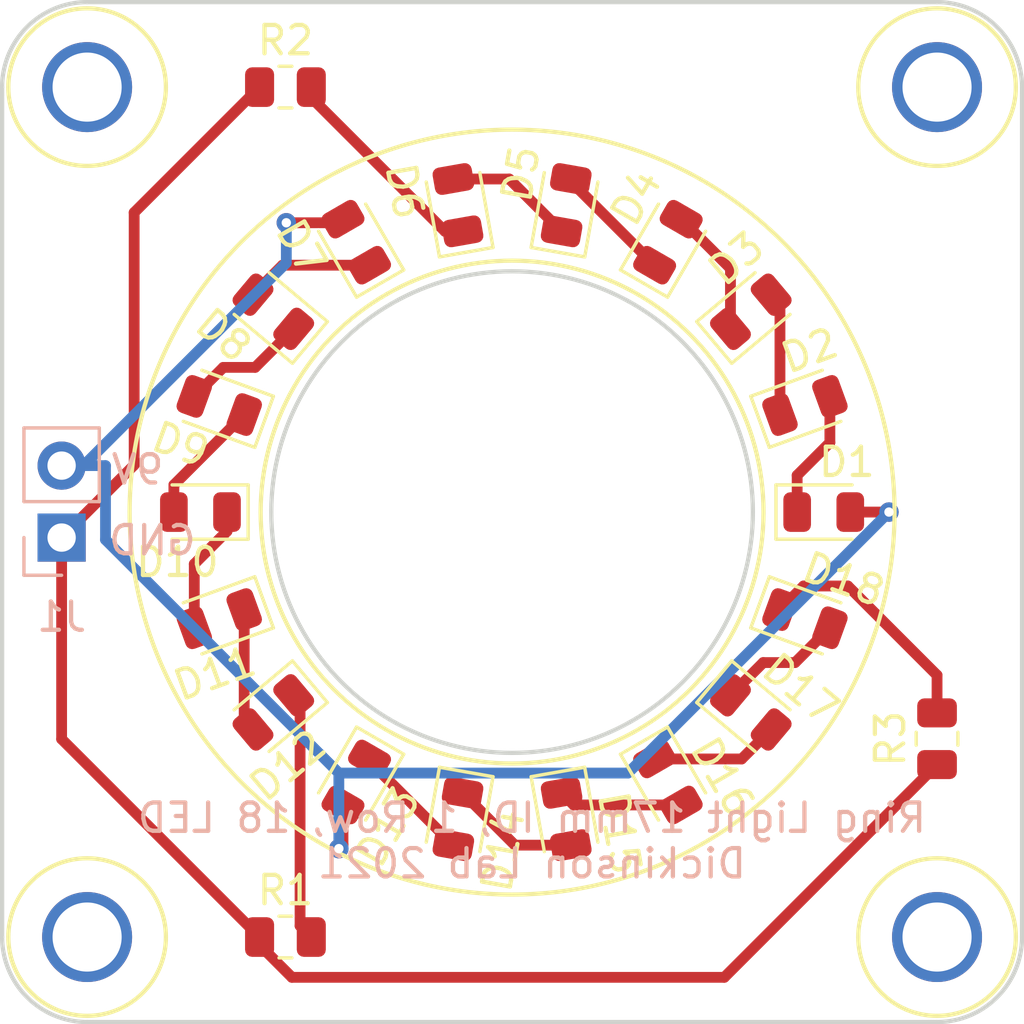
<source format=kicad_pcb>
(kicad_pcb (version 20171130) (host pcbnew 5.1.9-73d0e3b20d~88~ubuntu20.10.1)

  (general
    (thickness 1.6)
    (drawings 18)
    (tracks 71)
    (zones 0)
    (modules 26)
    (nets 21)
  )

  (page A4)
  (layers
    (0 F.Cu signal)
    (31 B.Cu signal)
    (32 B.Adhes user)
    (33 F.Adhes user)
    (34 B.Paste user)
    (35 F.Paste user)
    (36 B.SilkS user)
    (37 F.SilkS user)
    (38 B.Mask user)
    (39 F.Mask user)
    (40 Dwgs.User user)
    (41 Cmts.User user)
    (42 Eco1.User user)
    (43 Eco2.User user)
    (44 Edge.Cuts user)
    (45 Margin user)
    (46 B.CrtYd user)
    (47 F.CrtYd user)
    (48 B.Fab user)
    (49 F.Fab user)
  )

  (setup
    (last_trace_width 0.381)
    (trace_clearance 0.508)
    (zone_clearance 0.508)
    (zone_45_only no)
    (trace_min 0.1524)
    (via_size 0.6858)
    (via_drill 0.3302)
    (via_min_size 0.6858)
    (via_min_drill 0.3302)
    (uvia_size 0.6858)
    (uvia_drill 0.3302)
    (uvias_allowed no)
    (uvia_min_size 0)
    (uvia_min_drill 0)
    (edge_width 0.15)
    (segment_width 0.2)
    (pcb_text_width 0.3)
    (pcb_text_size 1.5 1.5)
    (mod_edge_width 0.15)
    (mod_text_size 1 1)
    (mod_text_width 0.15)
    (pad_size 1.524 1.524)
    (pad_drill 0.762)
    (pad_to_mask_clearance 0.2)
    (solder_mask_min_width 0.25)
    (aux_axis_origin 0 0)
    (visible_elements FFFFFF7F)
    (pcbplotparams
      (layerselection 0x010fc_ffffffff)
      (usegerberextensions false)
      (usegerberattributes false)
      (usegerberadvancedattributes false)
      (creategerberjobfile false)
      (excludeedgelayer true)
      (linewidth 0.100000)
      (plotframeref false)
      (viasonmask false)
      (mode 1)
      (useauxorigin false)
      (hpglpennumber 1)
      (hpglpenspeed 20)
      (hpglpendiameter 15.000000)
      (psnegative false)
      (psa4output false)
      (plotreference true)
      (plotvalue true)
      (plotinvisibletext false)
      (padsonsilk false)
      (subtractmaskfromsilk false)
      (outputformat 1)
      (mirror false)
      (drillshape 0)
      (scaleselection 1)
      (outputdirectory "gerber_v0p1/"))
  )

  (net 0 "")
  (net 1 "Net-(D1-Pad1)")
  (net 2 "Net-(D1-Pad2)")
  (net 3 "Net-(D2-Pad1)")
  (net 4 "Net-(D3-Pad1)")
  (net 5 "Net-(D4-Pad1)")
  (net 6 "Net-(D5-Pad1)")
  (net 7 "Net-(D6-Pad1)")
  (net 8 "Net-(D7-Pad1)")
  (net 9 "Net-(D8-Pad1)")
  (net 10 "Net-(D10-Pad2)")
  (net 11 "Net-(D10-Pad1)")
  (net 12 "Net-(D11-Pad1)")
  (net 13 "Net-(D12-Pad1)")
  (net 14 "Net-(D13-Pad1)")
  (net 15 "Net-(D14-Pad1)")
  (net 16 "Net-(D15-Pad1)")
  (net 17 "Net-(D16-Pad1)")
  (net 18 "Net-(D17-Pad1)")
  (net 19 "Net-(D18-Pad1)")
  (net 20 GND)

  (net_class Default "This is the default net class."
    (clearance 0.508)
    (trace_width 0.381)
    (via_dia 0.6858)
    (via_drill 0.3302)
    (uvia_dia 0.6858)
    (uvia_drill 0.3302)
    (add_net GND)
    (add_net "Net-(D1-Pad1)")
    (add_net "Net-(D1-Pad2)")
    (add_net "Net-(D10-Pad1)")
    (add_net "Net-(D10-Pad2)")
    (add_net "Net-(D11-Pad1)")
    (add_net "Net-(D12-Pad1)")
    (add_net "Net-(D13-Pad1)")
    (add_net "Net-(D14-Pad1)")
    (add_net "Net-(D15-Pad1)")
    (add_net "Net-(D16-Pad1)")
    (add_net "Net-(D17-Pad1)")
    (add_net "Net-(D18-Pad1)")
    (add_net "Net-(D2-Pad1)")
    (add_net "Net-(D3-Pad1)")
    (add_net "Net-(D4-Pad1)")
    (add_net "Net-(D5-Pad1)")
    (add_net "Net-(D6-Pad1)")
    (add_net "Net-(D7-Pad1)")
    (add_net "Net-(D8-Pad1)")
  )

  (module mount_hole_4-40:MOUNT_HOLE_4-40 (layer F.Cu) (tedit 5B1171D5) (tstamp 614184CE)
    (at 35.8 65.8)
    (fp_text reference M4 (at 0 2.54) (layer F.SilkS) hide
      (effects (font (size 1.016 1.016) (thickness 0.2032)))
    )
    (fp_text value MOUNT_HOLE_4-40 (at 0 -2.794) (layer F.Fab) hide
      (effects (font (size 1.016 1.016) (thickness 0.2032)))
    )
    (pad 1 thru_hole circle (at 0 0) (size 3.175 3.175) (drill 2.4384) (layers *.Cu *.Mask))
  )

  (module mount_hole_4-40:MOUNT_HOLE_4-40 (layer F.Cu) (tedit 5B1171D5) (tstamp 614184BD)
    (at 65.8 65.8)
    (fp_text reference M3 (at 0 2.54) (layer F.SilkS) hide
      (effects (font (size 1.016 1.016) (thickness 0.2032)))
    )
    (fp_text value MOUNT_HOLE_4-40 (at 0 -2.794) (layer F.Fab) hide
      (effects (font (size 1.016 1.016) (thickness 0.2032)))
    )
    (pad 1 thru_hole circle (at 0 0) (size 3.175 3.175) (drill 2.4384) (layers *.Cu *.Mask))
  )

  (module mount_hole_4-40:MOUNT_HOLE_4-40 (layer F.Cu) (tedit 5B1171D5) (tstamp 614184AC)
    (at 65.8 35.8)
    (fp_text reference M2 (at 0 2.54) (layer F.SilkS) hide
      (effects (font (size 1.016 1.016) (thickness 0.2032)))
    )
    (fp_text value MOUNT_HOLE_4-40 (at 0 -2.794) (layer F.Fab) hide
      (effects (font (size 1.016 1.016) (thickness 0.2032)))
    )
    (pad 1 thru_hole circle (at 0 0) (size 3.175 3.175) (drill 2.4384) (layers *.Cu *.Mask))
  )

  (module mount_hole_4-40:MOUNT_HOLE_4-40 (layer F.Cu) (tedit 5B1171D5) (tstamp 6141849B)
    (at 35.8 35.8)
    (fp_text reference M1 (at 0 2.54) (layer F.SilkS) hide
      (effects (font (size 1.016 1.016) (thickness 0.2032)))
    )
    (fp_text value MOUNT_HOLE_4-40 (at 0 -2.794) (layer F.Fab) hide
      (effects (font (size 1.016 1.016) (thickness 0.2032)))
    )
    (pad 1 thru_hole circle (at 0 0) (size 3.175 3.175) (drill 2.4384) (layers *.Cu *.Mask))
  )

  (module LED_SMD:LED_0805_2012Metric (layer F.Cu) (tedit 5F68FEF1) (tstamp 61417DA3)
    (at 61.8 50.8)
    (descr "LED SMD 0805 (2012 Metric), square (rectangular) end terminal, IPC_7351 nominal, (Body size source: https://docs.google.com/spreadsheets/d/1BsfQQcO9C6DZCsRaXUlFlo91Tg2WpOkGARC1WS5S8t0/edit?usp=sharing), generated with kicad-footprint-generator")
    (tags LED)
    (path /5B089FC0)
    (attr smd)
    (fp_text reference D1 (at 0.813675 -1.765566) (layer F.SilkS)
      (effects (font (size 1 1) (thickness 0.15)))
    )
    (fp_text value LED (at 0 1.65) (layer F.Fab) hide
      (effects (font (size 1 1) (thickness 0.15)))
    )
    (fp_line (start 1.68 0.95) (end -1.68 0.95) (layer F.CrtYd) (width 0.05))
    (fp_line (start 1.68 -0.95) (end 1.68 0.95) (layer F.CrtYd) (width 0.05))
    (fp_line (start -1.68 -0.95) (end 1.68 -0.95) (layer F.CrtYd) (width 0.05))
    (fp_line (start -1.68 0.95) (end -1.68 -0.95) (layer F.CrtYd) (width 0.05))
    (fp_line (start -1.685 0.96) (end 1 0.96) (layer F.SilkS) (width 0.12))
    (fp_line (start -1.685 -0.96) (end -1.685 0.96) (layer F.SilkS) (width 0.12))
    (fp_line (start 1 -0.96) (end -1.685 -0.96) (layer F.SilkS) (width 0.12))
    (fp_line (start 1 0.6) (end 1 -0.6) (layer F.Fab) (width 0.1))
    (fp_line (start -1 0.6) (end 1 0.6) (layer F.Fab) (width 0.1))
    (fp_line (start -1 -0.3) (end -1 0.6) (layer F.Fab) (width 0.1))
    (fp_line (start -0.7 -0.6) (end -1 -0.3) (layer F.Fab) (width 0.1))
    (fp_line (start 1 -0.6) (end -0.7 -0.6) (layer F.Fab) (width 0.1))
    (fp_text user %R (at 0 0) (layer F.Fab)
      (effects (font (size 0.5 0.5) (thickness 0.08)))
    )
    (pad 1 smd roundrect (at -0.9375 0) (size 0.975 1.4) (layers F.Cu F.Paste F.Mask) (roundrect_rratio 0.25)
      (net 1 "Net-(D1-Pad1)"))
    (pad 2 smd roundrect (at 0.9375 0) (size 0.975 1.4) (layers F.Cu F.Paste F.Mask) (roundrect_rratio 0.25)
      (net 2 "Net-(D1-Pad2)"))
    (model ${KISYS3DMOD}/LED_SMD.3dshapes/LED_0805_2012Metric.wrl
      (at (xyz 0 0 0))
      (scale (xyz 1 1 1))
      (rotate (xyz 0 0 0))
    )
  )

  (module LED_SMD:LED_0805_2012Metric (layer F.Cu) (tedit 5F68FEF1) (tstamp 61417DB6)
    (at 61.1366 47.0378 20)
    (descr "LED SMD 0805 (2012 Metric), square (rectangular) end terminal, IPC_7351 nominal, (Body size source: https://docs.google.com/spreadsheets/d/1BsfQQcO9C6DZCsRaXUlFlo91Tg2WpOkGARC1WS5S8t0/edit?usp=sharing), generated with kicad-footprint-generator")
    (tags LED)
    (path /5B08B467)
    (attr smd)
    (fp_text reference D2 (at 0.813676 -1.765566 20) (layer F.SilkS)
      (effects (font (size 1 1) (thickness 0.15)))
    )
    (fp_text value LED (at 0 1.65 20) (layer F.Fab) hide
      (effects (font (size 1 1) (thickness 0.15)))
    )
    (fp_line (start 1 -0.6) (end -0.7 -0.6) (layer F.Fab) (width 0.1))
    (fp_line (start -0.7 -0.6) (end -1 -0.3) (layer F.Fab) (width 0.1))
    (fp_line (start -1 -0.3) (end -1 0.6) (layer F.Fab) (width 0.1))
    (fp_line (start -1 0.6) (end 1 0.6) (layer F.Fab) (width 0.1))
    (fp_line (start 1 0.6) (end 1 -0.6) (layer F.Fab) (width 0.1))
    (fp_line (start 1 -0.96) (end -1.685 -0.96) (layer F.SilkS) (width 0.12))
    (fp_line (start -1.685 -0.96) (end -1.685 0.96) (layer F.SilkS) (width 0.12))
    (fp_line (start -1.685 0.96) (end 1 0.96) (layer F.SilkS) (width 0.12))
    (fp_line (start -1.68 0.95) (end -1.68 -0.95) (layer F.CrtYd) (width 0.05))
    (fp_line (start -1.68 -0.95) (end 1.68 -0.95) (layer F.CrtYd) (width 0.05))
    (fp_line (start 1.68 -0.95) (end 1.68 0.95) (layer F.CrtYd) (width 0.05))
    (fp_line (start 1.68 0.95) (end -1.68 0.95) (layer F.CrtYd) (width 0.05))
    (fp_text user %R (at 0 0 20) (layer F.Fab)
      (effects (font (size 0.5 0.5) (thickness 0.08)))
    )
    (pad 2 smd roundrect (at 0.9375 0 20) (size 0.975 1.4) (layers F.Cu F.Paste F.Mask) (roundrect_rratio 0.25)
      (net 1 "Net-(D1-Pad1)"))
    (pad 1 smd roundrect (at -0.9375 0 20) (size 0.975 1.4) (layers F.Cu F.Paste F.Mask) (roundrect_rratio 0.25)
      (net 3 "Net-(D2-Pad1)"))
    (model ${KISYS3DMOD}/LED_SMD.3dshapes/LED_0805_2012Metric.wrl
      (at (xyz 0 0 0))
      (scale (xyz 1 1 1))
      (rotate (xyz 0 0 0))
    )
  )

  (module LED_SMD:LED_0805_2012Metric (layer F.Cu) (tedit 5F68FEF1) (tstamp 61417DC9)
    (at 59.2265 43.7293 40)
    (descr "LED SMD 0805 (2012 Metric), square (rectangular) end terminal, IPC_7351 nominal, (Body size source: https://docs.google.com/spreadsheets/d/1BsfQQcO9C6DZCsRaXUlFlo91Tg2WpOkGARC1WS5S8t0/edit?usp=sharing), generated with kicad-footprint-generator")
    (tags LED)
    (path /5B08B4C1)
    (attr smd)
    (fp_text reference D3 (at 0.813676 -1.765566 40) (layer F.SilkS)
      (effects (font (size 1 1) (thickness 0.15)))
    )
    (fp_text value LED (at 0 1.65 40) (layer F.Fab) hide
      (effects (font (size 1 1) (thickness 0.15)))
    )
    (fp_line (start 1.68 0.95) (end -1.68 0.95) (layer F.CrtYd) (width 0.05))
    (fp_line (start 1.68 -0.95) (end 1.68 0.95) (layer F.CrtYd) (width 0.05))
    (fp_line (start -1.68 -0.95) (end 1.68 -0.95) (layer F.CrtYd) (width 0.05))
    (fp_line (start -1.68 0.95) (end -1.68 -0.95) (layer F.CrtYd) (width 0.05))
    (fp_line (start -1.685 0.96) (end 1 0.96) (layer F.SilkS) (width 0.12))
    (fp_line (start -1.685 -0.96) (end -1.685 0.96) (layer F.SilkS) (width 0.12))
    (fp_line (start 1 -0.96) (end -1.685 -0.96) (layer F.SilkS) (width 0.12))
    (fp_line (start 1 0.6) (end 1 -0.6) (layer F.Fab) (width 0.1))
    (fp_line (start -1 0.6) (end 1 0.6) (layer F.Fab) (width 0.1))
    (fp_line (start -1 -0.3) (end -1 0.6) (layer F.Fab) (width 0.1))
    (fp_line (start -0.7 -0.6) (end -1 -0.3) (layer F.Fab) (width 0.1))
    (fp_line (start 1 -0.6) (end -0.7 -0.6) (layer F.Fab) (width 0.1))
    (fp_text user %R (at 0 0 40) (layer F.Fab)
      (effects (font (size 0.5 0.5) (thickness 0.08)))
    )
    (pad 1 smd roundrect (at -0.9375 0 40) (size 0.975 1.4) (layers F.Cu F.Paste F.Mask) (roundrect_rratio 0.25)
      (net 4 "Net-(D3-Pad1)"))
    (pad 2 smd roundrect (at 0.9375 0 40) (size 0.975 1.4) (layers F.Cu F.Paste F.Mask) (roundrect_rratio 0.25)
      (net 3 "Net-(D2-Pad1)"))
    (model ${KISYS3DMOD}/LED_SMD.3dshapes/LED_0805_2012Metric.wrl
      (at (xyz 0 0 0))
      (scale (xyz 1 1 1))
      (rotate (xyz 0 0 0))
    )
  )

  (module LED_SMD:LED_0805_2012Metric (layer F.Cu) (tedit 5F68FEF1) (tstamp 61417DDC)
    (at 56.3 41.2737 60)
    (descr "LED SMD 0805 (2012 Metric), square (rectangular) end terminal, IPC_7351 nominal, (Body size source: https://docs.google.com/spreadsheets/d/1BsfQQcO9C6DZCsRaXUlFlo91Tg2WpOkGARC1WS5S8t0/edit?usp=sharing), generated with kicad-footprint-generator")
    (tags LED)
    (path /5B08B4C7)
    (attr smd)
    (fp_text reference D4 (at 0.813676 -1.765566 60) (layer F.SilkS)
      (effects (font (size 1 1) (thickness 0.15)))
    )
    (fp_text value LED (at 0 1.65 60) (layer F.Fab) hide
      (effects (font (size 1 1) (thickness 0.15)))
    )
    (fp_line (start 1 -0.6) (end -0.7 -0.6) (layer F.Fab) (width 0.1))
    (fp_line (start -0.7 -0.6) (end -1 -0.3) (layer F.Fab) (width 0.1))
    (fp_line (start -1 -0.3) (end -1 0.6) (layer F.Fab) (width 0.1))
    (fp_line (start -1 0.6) (end 1 0.6) (layer F.Fab) (width 0.1))
    (fp_line (start 1 0.6) (end 1 -0.6) (layer F.Fab) (width 0.1))
    (fp_line (start 1 -0.96) (end -1.685 -0.96) (layer F.SilkS) (width 0.12))
    (fp_line (start -1.685 -0.96) (end -1.685 0.96) (layer F.SilkS) (width 0.12))
    (fp_line (start -1.685 0.96) (end 1 0.96) (layer F.SilkS) (width 0.12))
    (fp_line (start -1.68 0.95) (end -1.68 -0.95) (layer F.CrtYd) (width 0.05))
    (fp_line (start -1.68 -0.95) (end 1.68 -0.95) (layer F.CrtYd) (width 0.05))
    (fp_line (start 1.68 -0.95) (end 1.68 0.95) (layer F.CrtYd) (width 0.05))
    (fp_line (start 1.68 0.95) (end -1.68 0.95) (layer F.CrtYd) (width 0.05))
    (fp_text user %R (at 0 0 60) (layer F.Fab)
      (effects (font (size 0.5 0.5) (thickness 0.08)))
    )
    (pad 2 smd roundrect (at 0.9375 0 60) (size 0.975 1.4) (layers F.Cu F.Paste F.Mask) (roundrect_rratio 0.25)
      (net 4 "Net-(D3-Pad1)"))
    (pad 1 smd roundrect (at -0.9375 0 60) (size 0.975 1.4) (layers F.Cu F.Paste F.Mask) (roundrect_rratio 0.25)
      (net 5 "Net-(D4-Pad1)"))
    (model ${KISYS3DMOD}/LED_SMD.3dshapes/LED_0805_2012Metric.wrl
      (at (xyz 0 0 0))
      (scale (xyz 1 1 1))
      (rotate (xyz 0 0 0))
    )
  )

  (module LED_SMD:LED_0805_2012Metric (layer F.Cu) (tedit 5F68FEF1) (tstamp 61417DEF)
    (at 52.7101 39.9671 80)
    (descr "LED SMD 0805 (2012 Metric), square (rectangular) end terminal, IPC_7351 nominal, (Body size source: https://docs.google.com/spreadsheets/d/1BsfQQcO9C6DZCsRaXUlFlo91Tg2WpOkGARC1WS5S8t0/edit?usp=sharing), generated with kicad-footprint-generator")
    (tags LED)
    (path /5B08B749)
    (attr smd)
    (fp_text reference D5 (at 0.813675 -1.765565 80) (layer F.SilkS)
      (effects (font (size 1 1) (thickness 0.15)))
    )
    (fp_text value LED (at 0 1.65 80) (layer F.Fab) hide
      (effects (font (size 1 1) (thickness 0.15)))
    )
    (fp_line (start 1.68 0.95) (end -1.68 0.95) (layer F.CrtYd) (width 0.05))
    (fp_line (start 1.68 -0.95) (end 1.68 0.95) (layer F.CrtYd) (width 0.05))
    (fp_line (start -1.68 -0.95) (end 1.68 -0.95) (layer F.CrtYd) (width 0.05))
    (fp_line (start -1.68 0.95) (end -1.68 -0.95) (layer F.CrtYd) (width 0.05))
    (fp_line (start -1.685 0.96) (end 1 0.96) (layer F.SilkS) (width 0.12))
    (fp_line (start -1.685 -0.96) (end -1.685 0.96) (layer F.SilkS) (width 0.12))
    (fp_line (start 1 -0.96) (end -1.685 -0.96) (layer F.SilkS) (width 0.12))
    (fp_line (start 1 0.6) (end 1 -0.6) (layer F.Fab) (width 0.1))
    (fp_line (start -1 0.6) (end 1 0.6) (layer F.Fab) (width 0.1))
    (fp_line (start -1 -0.3) (end -1 0.6) (layer F.Fab) (width 0.1))
    (fp_line (start -0.7 -0.6) (end -1 -0.3) (layer F.Fab) (width 0.1))
    (fp_line (start 1 -0.6) (end -0.7 -0.6) (layer F.Fab) (width 0.1))
    (fp_text user %R (at 0 0 80) (layer F.Fab)
      (effects (font (size 0.5 0.5) (thickness 0.08)))
    )
    (pad 1 smd roundrect (at -0.9375 0 80) (size 0.975 1.4) (layers F.Cu F.Paste F.Mask) (roundrect_rratio 0.25)
      (net 6 "Net-(D5-Pad1)"))
    (pad 2 smd roundrect (at 0.9375 0 80) (size 0.975 1.4) (layers F.Cu F.Paste F.Mask) (roundrect_rratio 0.25)
      (net 5 "Net-(D4-Pad1)"))
    (model ${KISYS3DMOD}/LED_SMD.3dshapes/LED_0805_2012Metric.wrl
      (at (xyz 0 0 0))
      (scale (xyz 1 1 1))
      (rotate (xyz 0 0 0))
    )
  )

  (module LED_SMD:LED_0805_2012Metric (layer F.Cu) (tedit 5F68FEF1) (tstamp 61417E02)
    (at 48.8899 39.9671 100)
    (descr "LED SMD 0805 (2012 Metric), square (rectangular) end terminal, IPC_7351 nominal, (Body size source: https://docs.google.com/spreadsheets/d/1BsfQQcO9C6DZCsRaXUlFlo91Tg2WpOkGARC1WS5S8t0/edit?usp=sharing), generated with kicad-footprint-generator")
    (tags LED)
    (path /5B08B74F)
    (attr smd)
    (fp_text reference D6 (at 0.813676 -1.765567 100) (layer F.SilkS)
      (effects (font (size 1 1) (thickness 0.15)))
    )
    (fp_text value LED (at 0 1.65 100) (layer F.Fab) hide
      (effects (font (size 1 1) (thickness 0.15)))
    )
    (fp_line (start 1 -0.6) (end -0.7 -0.6) (layer F.Fab) (width 0.1))
    (fp_line (start -0.7 -0.6) (end -1 -0.3) (layer F.Fab) (width 0.1))
    (fp_line (start -1 -0.3) (end -1 0.6) (layer F.Fab) (width 0.1))
    (fp_line (start -1 0.6) (end 1 0.6) (layer F.Fab) (width 0.1))
    (fp_line (start 1 0.6) (end 1 -0.6) (layer F.Fab) (width 0.1))
    (fp_line (start 1 -0.96) (end -1.685 -0.96) (layer F.SilkS) (width 0.12))
    (fp_line (start -1.685 -0.96) (end -1.685 0.96) (layer F.SilkS) (width 0.12))
    (fp_line (start -1.685 0.96) (end 1 0.96) (layer F.SilkS) (width 0.12))
    (fp_line (start -1.68 0.95) (end -1.68 -0.95) (layer F.CrtYd) (width 0.05))
    (fp_line (start -1.68 -0.95) (end 1.68 -0.95) (layer F.CrtYd) (width 0.05))
    (fp_line (start 1.68 -0.95) (end 1.68 0.95) (layer F.CrtYd) (width 0.05))
    (fp_line (start 1.68 0.95) (end -1.68 0.95) (layer F.CrtYd) (width 0.05))
    (fp_text user %R (at 0 0 100) (layer F.Fab)
      (effects (font (size 0.5 0.5) (thickness 0.08)))
    )
    (pad 2 smd roundrect (at 0.9375 0 100) (size 0.975 1.4) (layers F.Cu F.Paste F.Mask) (roundrect_rratio 0.25)
      (net 6 "Net-(D5-Pad1)"))
    (pad 1 smd roundrect (at -0.9375 0 100) (size 0.975 1.4) (layers F.Cu F.Paste F.Mask) (roundrect_rratio 0.25)
      (net 7 "Net-(D6-Pad1)"))
    (model ${KISYS3DMOD}/LED_SMD.3dshapes/LED_0805_2012Metric.wrl
      (at (xyz 0 0 0))
      (scale (xyz 1 1 1))
      (rotate (xyz 0 0 0))
    )
  )

  (module LED_SMD:LED_0805_2012Metric (layer F.Cu) (tedit 5F68FEF1) (tstamp 61417E15)
    (at 45.3 41.2737 120)
    (descr "LED SMD 0805 (2012 Metric), square (rectangular) end terminal, IPC_7351 nominal, (Body size source: https://docs.google.com/spreadsheets/d/1BsfQQcO9C6DZCsRaXUlFlo91Tg2WpOkGARC1WS5S8t0/edit?usp=sharing), generated with kicad-footprint-generator")
    (tags LED)
    (path /5B08B755)
    (attr smd)
    (fp_text reference D7 (at 0.813676 -1.765566 120) (layer F.SilkS)
      (effects (font (size 1 1) (thickness 0.15)))
    )
    (fp_text value LED (at 0 1.65 120) (layer F.Fab) hide
      (effects (font (size 1 1) (thickness 0.15)))
    )
    (fp_line (start 1.68 0.95) (end -1.68 0.95) (layer F.CrtYd) (width 0.05))
    (fp_line (start 1.68 -0.95) (end 1.68 0.95) (layer F.CrtYd) (width 0.05))
    (fp_line (start -1.68 -0.95) (end 1.68 -0.95) (layer F.CrtYd) (width 0.05))
    (fp_line (start -1.68 0.95) (end -1.68 -0.95) (layer F.CrtYd) (width 0.05))
    (fp_line (start -1.685 0.96) (end 1 0.96) (layer F.SilkS) (width 0.12))
    (fp_line (start -1.685 -0.96) (end -1.685 0.96) (layer F.SilkS) (width 0.12))
    (fp_line (start 1 -0.96) (end -1.685 -0.96) (layer F.SilkS) (width 0.12))
    (fp_line (start 1 0.6) (end 1 -0.6) (layer F.Fab) (width 0.1))
    (fp_line (start -1 0.6) (end 1 0.6) (layer F.Fab) (width 0.1))
    (fp_line (start -1 -0.3) (end -1 0.6) (layer F.Fab) (width 0.1))
    (fp_line (start -0.7 -0.6) (end -1 -0.3) (layer F.Fab) (width 0.1))
    (fp_line (start 1 -0.6) (end -0.7 -0.6) (layer F.Fab) (width 0.1))
    (fp_text user %R (at 0 0 120) (layer F.Fab)
      (effects (font (size 0.5 0.5) (thickness 0.08)))
    )
    (pad 1 smd roundrect (at -0.9375 0 120) (size 0.975 1.4) (layers F.Cu F.Paste F.Mask) (roundrect_rratio 0.25)
      (net 8 "Net-(D7-Pad1)"))
    (pad 2 smd roundrect (at 0.9375 0 120) (size 0.975 1.4) (layers F.Cu F.Paste F.Mask) (roundrect_rratio 0.25)
      (net 2 "Net-(D1-Pad2)"))
    (model ${KISYS3DMOD}/LED_SMD.3dshapes/LED_0805_2012Metric.wrl
      (at (xyz 0 0 0))
      (scale (xyz 1 1 1))
      (rotate (xyz 0 0 0))
    )
  )

  (module LED_SMD:LED_0805_2012Metric (layer F.Cu) (tedit 5F68FEF1) (tstamp 61417E28)
    (at 42.3735 43.7293 140)
    (descr "LED SMD 0805 (2012 Metric), square (rectangular) end terminal, IPC_7351 nominal, (Body size source: https://docs.google.com/spreadsheets/d/1BsfQQcO9C6DZCsRaXUlFlo91Tg2WpOkGARC1WS5S8t0/edit?usp=sharing), generated with kicad-footprint-generator")
    (tags LED)
    (path /5B08B75B)
    (attr smd)
    (fp_text reference D8 (at 0.813676 -1.765566 140) (layer F.SilkS)
      (effects (font (size 1 1) (thickness 0.15)))
    )
    (fp_text value LED (at 0 1.65 140) (layer F.Fab) hide
      (effects (font (size 1 1) (thickness 0.15)))
    )
    (fp_line (start 1 -0.6) (end -0.7 -0.6) (layer F.Fab) (width 0.1))
    (fp_line (start -0.7 -0.6) (end -1 -0.3) (layer F.Fab) (width 0.1))
    (fp_line (start -1 -0.3) (end -1 0.6) (layer F.Fab) (width 0.1))
    (fp_line (start -1 0.6) (end 1 0.6) (layer F.Fab) (width 0.1))
    (fp_line (start 1 0.6) (end 1 -0.6) (layer F.Fab) (width 0.1))
    (fp_line (start 1 -0.96) (end -1.685 -0.96) (layer F.SilkS) (width 0.12))
    (fp_line (start -1.685 -0.96) (end -1.685 0.96) (layer F.SilkS) (width 0.12))
    (fp_line (start -1.685 0.96) (end 1 0.96) (layer F.SilkS) (width 0.12))
    (fp_line (start -1.68 0.95) (end -1.68 -0.95) (layer F.CrtYd) (width 0.05))
    (fp_line (start -1.68 -0.95) (end 1.68 -0.95) (layer F.CrtYd) (width 0.05))
    (fp_line (start 1.68 -0.95) (end 1.68 0.95) (layer F.CrtYd) (width 0.05))
    (fp_line (start 1.68 0.95) (end -1.68 0.95) (layer F.CrtYd) (width 0.05))
    (fp_text user %R (at 0 0 140) (layer F.Fab)
      (effects (font (size 0.5 0.5) (thickness 0.08)))
    )
    (pad 2 smd roundrect (at 0.9375 0 140) (size 0.975 1.4) (layers F.Cu F.Paste F.Mask) (roundrect_rratio 0.25)
      (net 8 "Net-(D7-Pad1)"))
    (pad 1 smd roundrect (at -0.9375 0 140) (size 0.975 1.4) (layers F.Cu F.Paste F.Mask) (roundrect_rratio 0.25)
      (net 9 "Net-(D8-Pad1)"))
    (model ${KISYS3DMOD}/LED_SMD.3dshapes/LED_0805_2012Metric.wrl
      (at (xyz 0 0 0))
      (scale (xyz 1 1 1))
      (rotate (xyz 0 0 0))
    )
  )

  (module LED_SMD:LED_0805_2012Metric (layer F.Cu) (tedit 5F68FEF1) (tstamp 61417E3B)
    (at 40.4634 47.0378 160)
    (descr "LED SMD 0805 (2012 Metric), square (rectangular) end terminal, IPC_7351 nominal, (Body size source: https://docs.google.com/spreadsheets/d/1BsfQQcO9C6DZCsRaXUlFlo91Tg2WpOkGARC1WS5S8t0/edit?usp=sharing), generated with kicad-footprint-generator")
    (tags LED)
    (path /5B08B9F6)
    (attr smd)
    (fp_text reference D9 (at 0.813677 -1.765565 160) (layer F.SilkS)
      (effects (font (size 1 1) (thickness 0.15)))
    )
    (fp_text value LED (at 0 1.65 160) (layer F.Fab) hide
      (effects (font (size 1 1) (thickness 0.15)))
    )
    (fp_line (start 1.68 0.95) (end -1.68 0.95) (layer F.CrtYd) (width 0.05))
    (fp_line (start 1.68 -0.95) (end 1.68 0.95) (layer F.CrtYd) (width 0.05))
    (fp_line (start -1.68 -0.95) (end 1.68 -0.95) (layer F.CrtYd) (width 0.05))
    (fp_line (start -1.68 0.95) (end -1.68 -0.95) (layer F.CrtYd) (width 0.05))
    (fp_line (start -1.685 0.96) (end 1 0.96) (layer F.SilkS) (width 0.12))
    (fp_line (start -1.685 -0.96) (end -1.685 0.96) (layer F.SilkS) (width 0.12))
    (fp_line (start 1 -0.96) (end -1.685 -0.96) (layer F.SilkS) (width 0.12))
    (fp_line (start 1 0.6) (end 1 -0.6) (layer F.Fab) (width 0.1))
    (fp_line (start -1 0.6) (end 1 0.6) (layer F.Fab) (width 0.1))
    (fp_line (start -1 -0.3) (end -1 0.6) (layer F.Fab) (width 0.1))
    (fp_line (start -0.7 -0.6) (end -1 -0.3) (layer F.Fab) (width 0.1))
    (fp_line (start 1 -0.6) (end -0.7 -0.6) (layer F.Fab) (width 0.1))
    (fp_text user %R (at 0 0 160) (layer F.Fab)
      (effects (font (size 0.5 0.5) (thickness 0.08)))
    )
    (pad 1 smd roundrect (at -0.9375 0 160) (size 0.975 1.4) (layers F.Cu F.Paste F.Mask) (roundrect_rratio 0.25)
      (net 10 "Net-(D10-Pad2)"))
    (pad 2 smd roundrect (at 0.9375 0 160) (size 0.975 1.4) (layers F.Cu F.Paste F.Mask) (roundrect_rratio 0.25)
      (net 9 "Net-(D8-Pad1)"))
    (model ${KISYS3DMOD}/LED_SMD.3dshapes/LED_0805_2012Metric.wrl
      (at (xyz 0 0 0))
      (scale (xyz 1 1 1))
      (rotate (xyz 0 0 0))
    )
  )

  (module LED_SMD:LED_0805_2012Metric (layer F.Cu) (tedit 5F68FEF1) (tstamp 61417E4E)
    (at 39.8 50.8 180)
    (descr "LED SMD 0805 (2012 Metric), square (rectangular) end terminal, IPC_7351 nominal, (Body size source: https://docs.google.com/spreadsheets/d/1BsfQQcO9C6DZCsRaXUlFlo91Tg2WpOkGARC1WS5S8t0/edit?usp=sharing), generated with kicad-footprint-generator")
    (tags LED)
    (path /5B08B9FC)
    (attr smd)
    (fp_text reference D10 (at 0.813676 -1.765565 180) (layer F.SilkS)
      (effects (font (size 1 1) (thickness 0.15)))
    )
    (fp_text value LED (at 0 1.65 180) (layer F.Fab) hide
      (effects (font (size 1 1) (thickness 0.15)))
    )
    (fp_line (start 1 -0.6) (end -0.7 -0.6) (layer F.Fab) (width 0.1))
    (fp_line (start -0.7 -0.6) (end -1 -0.3) (layer F.Fab) (width 0.1))
    (fp_line (start -1 -0.3) (end -1 0.6) (layer F.Fab) (width 0.1))
    (fp_line (start -1 0.6) (end 1 0.6) (layer F.Fab) (width 0.1))
    (fp_line (start 1 0.6) (end 1 -0.6) (layer F.Fab) (width 0.1))
    (fp_line (start 1 -0.96) (end -1.685 -0.96) (layer F.SilkS) (width 0.12))
    (fp_line (start -1.685 -0.96) (end -1.685 0.96) (layer F.SilkS) (width 0.12))
    (fp_line (start -1.685 0.96) (end 1 0.96) (layer F.SilkS) (width 0.12))
    (fp_line (start -1.68 0.95) (end -1.68 -0.95) (layer F.CrtYd) (width 0.05))
    (fp_line (start -1.68 -0.95) (end 1.68 -0.95) (layer F.CrtYd) (width 0.05))
    (fp_line (start 1.68 -0.95) (end 1.68 0.95) (layer F.CrtYd) (width 0.05))
    (fp_line (start 1.68 0.95) (end -1.68 0.95) (layer F.CrtYd) (width 0.05))
    (fp_text user %R (at 0 0 180) (layer F.Fab)
      (effects (font (size 0.5 0.5) (thickness 0.08)))
    )
    (pad 2 smd roundrect (at 0.9375 0 180) (size 0.975 1.4) (layers F.Cu F.Paste F.Mask) (roundrect_rratio 0.25)
      (net 10 "Net-(D10-Pad2)"))
    (pad 1 smd roundrect (at -0.9375 0 180) (size 0.975 1.4) (layers F.Cu F.Paste F.Mask) (roundrect_rratio 0.25)
      (net 11 "Net-(D10-Pad1)"))
    (model ${KISYS3DMOD}/LED_SMD.3dshapes/LED_0805_2012Metric.wrl
      (at (xyz 0 0 0))
      (scale (xyz 1 1 1))
      (rotate (xyz 0 0 0))
    )
  )

  (module LED_SMD:LED_0805_2012Metric (layer F.Cu) (tedit 5F68FEF1) (tstamp 61417E61)
    (at 40.4634 54.5622 200)
    (descr "LED SMD 0805 (2012 Metric), square (rectangular) end terminal, IPC_7351 nominal, (Body size source: https://docs.google.com/spreadsheets/d/1BsfQQcO9C6DZCsRaXUlFlo91Tg2WpOkGARC1WS5S8t0/edit?usp=sharing), generated with kicad-footprint-generator")
    (tags LED)
    (path /5B08BA02)
    (attr smd)
    (fp_text reference D11 (at 0.813676 -1.765566 200) (layer F.SilkS)
      (effects (font (size 1 1) (thickness 0.15)))
    )
    (fp_text value LED (at 0 1.65 200) (layer F.Fab) hide
      (effects (font (size 1 1) (thickness 0.15)))
    )
    (fp_line (start 1.68 0.95) (end -1.68 0.95) (layer F.CrtYd) (width 0.05))
    (fp_line (start 1.68 -0.95) (end 1.68 0.95) (layer F.CrtYd) (width 0.05))
    (fp_line (start -1.68 -0.95) (end 1.68 -0.95) (layer F.CrtYd) (width 0.05))
    (fp_line (start -1.68 0.95) (end -1.68 -0.95) (layer F.CrtYd) (width 0.05))
    (fp_line (start -1.685 0.96) (end 1 0.96) (layer F.SilkS) (width 0.12))
    (fp_line (start -1.685 -0.96) (end -1.685 0.96) (layer F.SilkS) (width 0.12))
    (fp_line (start 1 -0.96) (end -1.685 -0.96) (layer F.SilkS) (width 0.12))
    (fp_line (start 1 0.6) (end 1 -0.6) (layer F.Fab) (width 0.1))
    (fp_line (start -1 0.6) (end 1 0.6) (layer F.Fab) (width 0.1))
    (fp_line (start -1 -0.3) (end -1 0.6) (layer F.Fab) (width 0.1))
    (fp_line (start -0.7 -0.6) (end -1 -0.3) (layer F.Fab) (width 0.1))
    (fp_line (start 1 -0.6) (end -0.7 -0.6) (layer F.Fab) (width 0.1))
    (fp_text user %R (at 0 0 200) (layer F.Fab)
      (effects (font (size 0.5 0.5) (thickness 0.08)))
    )
    (pad 1 smd roundrect (at -0.9375 0 200) (size 0.975 1.4) (layers F.Cu F.Paste F.Mask) (roundrect_rratio 0.25)
      (net 12 "Net-(D11-Pad1)"))
    (pad 2 smd roundrect (at 0.9375 0 200) (size 0.975 1.4) (layers F.Cu F.Paste F.Mask) (roundrect_rratio 0.25)
      (net 11 "Net-(D10-Pad1)"))
    (model ${KISYS3DMOD}/LED_SMD.3dshapes/LED_0805_2012Metric.wrl
      (at (xyz 0 0 0))
      (scale (xyz 1 1 1))
      (rotate (xyz 0 0 0))
    )
  )

  (module LED_SMD:LED_0805_2012Metric (layer F.Cu) (tedit 5F68FEF1) (tstamp 61417E74)
    (at 42.3735 57.8707 220)
    (descr "LED SMD 0805 (2012 Metric), square (rectangular) end terminal, IPC_7351 nominal, (Body size source: https://docs.google.com/spreadsheets/d/1BsfQQcO9C6DZCsRaXUlFlo91Tg2WpOkGARC1WS5S8t0/edit?usp=sharing), generated with kicad-footprint-generator")
    (tags LED)
    (path /5B08BA08)
    (attr smd)
    (fp_text reference D12 (at 0.813676 -1.765566 220) (layer F.SilkS)
      (effects (font (size 1 1) (thickness 0.15)))
    )
    (fp_text value LED (at 0 1.65 220) (layer F.Fab) hide
      (effects (font (size 1 1) (thickness 0.15)))
    )
    (fp_line (start 1 -0.6) (end -0.7 -0.6) (layer F.Fab) (width 0.1))
    (fp_line (start -0.7 -0.6) (end -1 -0.3) (layer F.Fab) (width 0.1))
    (fp_line (start -1 -0.3) (end -1 0.6) (layer F.Fab) (width 0.1))
    (fp_line (start -1 0.6) (end 1 0.6) (layer F.Fab) (width 0.1))
    (fp_line (start 1 0.6) (end 1 -0.6) (layer F.Fab) (width 0.1))
    (fp_line (start 1 -0.96) (end -1.685 -0.96) (layer F.SilkS) (width 0.12))
    (fp_line (start -1.685 -0.96) (end -1.685 0.96) (layer F.SilkS) (width 0.12))
    (fp_line (start -1.685 0.96) (end 1 0.96) (layer F.SilkS) (width 0.12))
    (fp_line (start -1.68 0.95) (end -1.68 -0.95) (layer F.CrtYd) (width 0.05))
    (fp_line (start -1.68 -0.95) (end 1.68 -0.95) (layer F.CrtYd) (width 0.05))
    (fp_line (start 1.68 -0.95) (end 1.68 0.95) (layer F.CrtYd) (width 0.05))
    (fp_line (start 1.68 0.95) (end -1.68 0.95) (layer F.CrtYd) (width 0.05))
    (fp_text user %R (at 0 0 220) (layer F.Fab)
      (effects (font (size 0.5 0.5) (thickness 0.08)))
    )
    (pad 2 smd roundrect (at 0.9375 0 220) (size 0.975 1.4) (layers F.Cu F.Paste F.Mask) (roundrect_rratio 0.25)
      (net 12 "Net-(D11-Pad1)"))
    (pad 1 smd roundrect (at -0.9375 0 220) (size 0.975 1.4) (layers F.Cu F.Paste F.Mask) (roundrect_rratio 0.25)
      (net 13 "Net-(D12-Pad1)"))
    (model ${KISYS3DMOD}/LED_SMD.3dshapes/LED_0805_2012Metric.wrl
      (at (xyz 0 0 0))
      (scale (xyz 1 1 1))
      (rotate (xyz 0 0 0))
    )
  )

  (module LED_SMD:LED_0805_2012Metric (layer F.Cu) (tedit 5F68FEF1) (tstamp 61417E87)
    (at 45.3 60.3263 240)
    (descr "LED SMD 0805 (2012 Metric), square (rectangular) end terminal, IPC_7351 nominal, (Body size source: https://docs.google.com/spreadsheets/d/1BsfQQcO9C6DZCsRaXUlFlo91Tg2WpOkGARC1WS5S8t0/edit?usp=sharing), generated with kicad-footprint-generator")
    (tags LED)
    (path /6141392D)
    (attr smd)
    (fp_text reference D13 (at 0.813676 -1.765566 240) (layer F.SilkS)
      (effects (font (size 1 1) (thickness 0.15)))
    )
    (fp_text value LED (at 0 1.65 240) (layer F.Fab) hide
      (effects (font (size 1 1) (thickness 0.15)))
    )
    (fp_line (start 1.68 0.95) (end -1.68 0.95) (layer F.CrtYd) (width 0.05))
    (fp_line (start 1.68 -0.95) (end 1.68 0.95) (layer F.CrtYd) (width 0.05))
    (fp_line (start -1.68 -0.95) (end 1.68 -0.95) (layer F.CrtYd) (width 0.05))
    (fp_line (start -1.68 0.95) (end -1.68 -0.95) (layer F.CrtYd) (width 0.05))
    (fp_line (start -1.685 0.96) (end 1 0.96) (layer F.SilkS) (width 0.12))
    (fp_line (start -1.685 -0.96) (end -1.685 0.96) (layer F.SilkS) (width 0.12))
    (fp_line (start 1 -0.96) (end -1.685 -0.96) (layer F.SilkS) (width 0.12))
    (fp_line (start 1 0.6) (end 1 -0.6) (layer F.Fab) (width 0.1))
    (fp_line (start -1 0.6) (end 1 0.6) (layer F.Fab) (width 0.1))
    (fp_line (start -1 -0.3) (end -1 0.6) (layer F.Fab) (width 0.1))
    (fp_line (start -0.7 -0.6) (end -1 -0.3) (layer F.Fab) (width 0.1))
    (fp_line (start 1 -0.6) (end -0.7 -0.6) (layer F.Fab) (width 0.1))
    (fp_text user %R (at 0 0 240) (layer F.Fab)
      (effects (font (size 0.5 0.5) (thickness 0.08)))
    )
    (pad 1 smd roundrect (at -0.9375 0 240) (size 0.975 1.4) (layers F.Cu F.Paste F.Mask) (roundrect_rratio 0.25)
      (net 14 "Net-(D13-Pad1)"))
    (pad 2 smd roundrect (at 0.9375 0 240) (size 0.975 1.4) (layers F.Cu F.Paste F.Mask) (roundrect_rratio 0.25)
      (net 2 "Net-(D1-Pad2)"))
    (model ${KISYS3DMOD}/LED_SMD.3dshapes/LED_0805_2012Metric.wrl
      (at (xyz 0 0 0))
      (scale (xyz 1 1 1))
      (rotate (xyz 0 0 0))
    )
  )

  (module LED_SMD:LED_0805_2012Metric (layer F.Cu) (tedit 5F68FEF1) (tstamp 61417E9A)
    (at 48.8899 61.6329 260)
    (descr "LED SMD 0805 (2012 Metric), square (rectangular) end terminal, IPC_7351 nominal, (Body size source: https://docs.google.com/spreadsheets/d/1BsfQQcO9C6DZCsRaXUlFlo91Tg2WpOkGARC1WS5S8t0/edit?usp=sharing), generated with kicad-footprint-generator")
    (tags LED)
    (path /61413ACF)
    (attr smd)
    (fp_text reference D14 (at 0.813675 -1.765565 260) (layer F.SilkS)
      (effects (font (size 1 1) (thickness 0.15)))
    )
    (fp_text value LED (at 0 1.65 260) (layer F.Fab) hide
      (effects (font (size 1 1) (thickness 0.15)))
    )
    (fp_line (start 1 -0.6) (end -0.7 -0.6) (layer F.Fab) (width 0.1))
    (fp_line (start -0.7 -0.6) (end -1 -0.3) (layer F.Fab) (width 0.1))
    (fp_line (start -1 -0.3) (end -1 0.6) (layer F.Fab) (width 0.1))
    (fp_line (start -1 0.6) (end 1 0.6) (layer F.Fab) (width 0.1))
    (fp_line (start 1 0.6) (end 1 -0.6) (layer F.Fab) (width 0.1))
    (fp_line (start 1 -0.96) (end -1.685 -0.96) (layer F.SilkS) (width 0.12))
    (fp_line (start -1.685 -0.96) (end -1.685 0.96) (layer F.SilkS) (width 0.12))
    (fp_line (start -1.685 0.96) (end 1 0.96) (layer F.SilkS) (width 0.12))
    (fp_line (start -1.68 0.95) (end -1.68 -0.95) (layer F.CrtYd) (width 0.05))
    (fp_line (start -1.68 -0.95) (end 1.68 -0.95) (layer F.CrtYd) (width 0.05))
    (fp_line (start 1.68 -0.95) (end 1.68 0.95) (layer F.CrtYd) (width 0.05))
    (fp_line (start 1.68 0.95) (end -1.68 0.95) (layer F.CrtYd) (width 0.05))
    (fp_text user %R (at 0 0 260) (layer F.Fab)
      (effects (font (size 0.5 0.5) (thickness 0.08)))
    )
    (pad 2 smd roundrect (at 0.9375 0 260) (size 0.975 1.4) (layers F.Cu F.Paste F.Mask) (roundrect_rratio 0.25)
      (net 14 "Net-(D13-Pad1)"))
    (pad 1 smd roundrect (at -0.9375 0 260) (size 0.975 1.4) (layers F.Cu F.Paste F.Mask) (roundrect_rratio 0.25)
      (net 15 "Net-(D14-Pad1)"))
    (model ${KISYS3DMOD}/LED_SMD.3dshapes/LED_0805_2012Metric.wrl
      (at (xyz 0 0 0))
      (scale (xyz 1 1 1))
      (rotate (xyz 0 0 0))
    )
  )

  (module LED_SMD:LED_0805_2012Metric (layer F.Cu) (tedit 5F68FEF1) (tstamp 61417EAD)
    (at 52.7101 61.6329 280)
    (descr "LED SMD 0805 (2012 Metric), square (rectangular) end terminal, IPC_7351 nominal, (Body size source: https://docs.google.com/spreadsheets/d/1BsfQQcO9C6DZCsRaXUlFlo91Tg2WpOkGARC1WS5S8t0/edit?usp=sharing), generated with kicad-footprint-generator")
    (tags LED)
    (path /61413AD9)
    (attr smd)
    (fp_text reference D15 (at 0.813676 -1.765567 280) (layer F.SilkS)
      (effects (font (size 1 1) (thickness 0.15)))
    )
    (fp_text value LED (at 0 1.65 280) (layer F.Fab) hide
      (effects (font (size 1 1) (thickness 0.15)))
    )
    (fp_line (start 1.68 0.95) (end -1.68 0.95) (layer F.CrtYd) (width 0.05))
    (fp_line (start 1.68 -0.95) (end 1.68 0.95) (layer F.CrtYd) (width 0.05))
    (fp_line (start -1.68 -0.95) (end 1.68 -0.95) (layer F.CrtYd) (width 0.05))
    (fp_line (start -1.68 0.95) (end -1.68 -0.95) (layer F.CrtYd) (width 0.05))
    (fp_line (start -1.685 0.96) (end 1 0.96) (layer F.SilkS) (width 0.12))
    (fp_line (start -1.685 -0.96) (end -1.685 0.96) (layer F.SilkS) (width 0.12))
    (fp_line (start 1 -0.96) (end -1.685 -0.96) (layer F.SilkS) (width 0.12))
    (fp_line (start 1 0.6) (end 1 -0.6) (layer F.Fab) (width 0.1))
    (fp_line (start -1 0.6) (end 1 0.6) (layer F.Fab) (width 0.1))
    (fp_line (start -1 -0.3) (end -1 0.6) (layer F.Fab) (width 0.1))
    (fp_line (start -0.7 -0.6) (end -1 -0.3) (layer F.Fab) (width 0.1))
    (fp_line (start 1 -0.6) (end -0.7 -0.6) (layer F.Fab) (width 0.1))
    (fp_text user %R (at 0 0 280) (layer F.Fab)
      (effects (font (size 0.5 0.5) (thickness 0.08)))
    )
    (pad 1 smd roundrect (at -0.9375 0 280) (size 0.975 1.4) (layers F.Cu F.Paste F.Mask) (roundrect_rratio 0.25)
      (net 16 "Net-(D15-Pad1)"))
    (pad 2 smd roundrect (at 0.9375 0 280) (size 0.975 1.4) (layers F.Cu F.Paste F.Mask) (roundrect_rratio 0.25)
      (net 15 "Net-(D14-Pad1)"))
    (model ${KISYS3DMOD}/LED_SMD.3dshapes/LED_0805_2012Metric.wrl
      (at (xyz 0 0 0))
      (scale (xyz 1 1 1))
      (rotate (xyz 0 0 0))
    )
  )

  (module LED_SMD:LED_0805_2012Metric (layer F.Cu) (tedit 5F68FEF1) (tstamp 61417EC0)
    (at 56.3 60.3263 300)
    (descr "LED SMD 0805 (2012 Metric), square (rectangular) end terminal, IPC_7351 nominal, (Body size source: https://docs.google.com/spreadsheets/d/1BsfQQcO9C6DZCsRaXUlFlo91Tg2WpOkGARC1WS5S8t0/edit?usp=sharing), generated with kicad-footprint-generator")
    (tags LED)
    (path /61413AE3)
    (attr smd)
    (fp_text reference D16 (at 0.813675 -1.765565 300) (layer F.SilkS)
      (effects (font (size 1 1) (thickness 0.15)))
    )
    (fp_text value LED (at 0 1.65 300) (layer F.Fab) hide
      (effects (font (size 1 1) (thickness 0.15)))
    )
    (fp_line (start 1 -0.6) (end -0.7 -0.6) (layer F.Fab) (width 0.1))
    (fp_line (start -0.7 -0.6) (end -1 -0.3) (layer F.Fab) (width 0.1))
    (fp_line (start -1 -0.3) (end -1 0.6) (layer F.Fab) (width 0.1))
    (fp_line (start -1 0.6) (end 1 0.6) (layer F.Fab) (width 0.1))
    (fp_line (start 1 0.6) (end 1 -0.6) (layer F.Fab) (width 0.1))
    (fp_line (start 1 -0.96) (end -1.685 -0.96) (layer F.SilkS) (width 0.12))
    (fp_line (start -1.685 -0.96) (end -1.685 0.96) (layer F.SilkS) (width 0.12))
    (fp_line (start -1.685 0.96) (end 1 0.96) (layer F.SilkS) (width 0.12))
    (fp_line (start -1.68 0.95) (end -1.68 -0.95) (layer F.CrtYd) (width 0.05))
    (fp_line (start -1.68 -0.95) (end 1.68 -0.95) (layer F.CrtYd) (width 0.05))
    (fp_line (start 1.68 -0.95) (end 1.68 0.95) (layer F.CrtYd) (width 0.05))
    (fp_line (start 1.68 0.95) (end -1.68 0.95) (layer F.CrtYd) (width 0.05))
    (fp_text user %R (at 0 0 300) (layer F.Fab)
      (effects (font (size 0.5 0.5) (thickness 0.08)))
    )
    (pad 2 smd roundrect (at 0.9375 0 300) (size 0.975 1.4) (layers F.Cu F.Paste F.Mask) (roundrect_rratio 0.25)
      (net 16 "Net-(D15-Pad1)"))
    (pad 1 smd roundrect (at -0.9375 0 300) (size 0.975 1.4) (layers F.Cu F.Paste F.Mask) (roundrect_rratio 0.25)
      (net 17 "Net-(D16-Pad1)"))
    (model ${KISYS3DMOD}/LED_SMD.3dshapes/LED_0805_2012Metric.wrl
      (at (xyz 0 0 0))
      (scale (xyz 1 1 1))
      (rotate (xyz 0 0 0))
    )
  )

  (module LED_SMD:LED_0805_2012Metric (layer F.Cu) (tedit 5F68FEF1) (tstamp 61417ED3)
    (at 59.2265 57.8707 320)
    (descr "LED SMD 0805 (2012 Metric), square (rectangular) end terminal, IPC_7351 nominal, (Body size source: https://docs.google.com/spreadsheets/d/1BsfQQcO9C6DZCsRaXUlFlo91Tg2WpOkGARC1WS5S8t0/edit?usp=sharing), generated with kicad-footprint-generator")
    (tags LED)
    (path /61413AED)
    (attr smd)
    (fp_text reference D17 (at 0.813676 -1.765566 320) (layer F.SilkS)
      (effects (font (size 1 1) (thickness 0.15)))
    )
    (fp_text value LED (at 0 1.65 320) (layer F.Fab) hide
      (effects (font (size 1 1) (thickness 0.15)))
    )
    (fp_line (start 1.68 0.95) (end -1.68 0.95) (layer F.CrtYd) (width 0.05))
    (fp_line (start 1.68 -0.95) (end 1.68 0.95) (layer F.CrtYd) (width 0.05))
    (fp_line (start -1.68 -0.95) (end 1.68 -0.95) (layer F.CrtYd) (width 0.05))
    (fp_line (start -1.68 0.95) (end -1.68 -0.95) (layer F.CrtYd) (width 0.05))
    (fp_line (start -1.685 0.96) (end 1 0.96) (layer F.SilkS) (width 0.12))
    (fp_line (start -1.685 -0.96) (end -1.685 0.96) (layer F.SilkS) (width 0.12))
    (fp_line (start 1 -0.96) (end -1.685 -0.96) (layer F.SilkS) (width 0.12))
    (fp_line (start 1 0.6) (end 1 -0.6) (layer F.Fab) (width 0.1))
    (fp_line (start -1 0.6) (end 1 0.6) (layer F.Fab) (width 0.1))
    (fp_line (start -1 -0.3) (end -1 0.6) (layer F.Fab) (width 0.1))
    (fp_line (start -0.7 -0.6) (end -1 -0.3) (layer F.Fab) (width 0.1))
    (fp_line (start 1 -0.6) (end -0.7 -0.6) (layer F.Fab) (width 0.1))
    (fp_text user %R (at 0 0 320) (layer F.Fab)
      (effects (font (size 0.5 0.5) (thickness 0.08)))
    )
    (pad 1 smd roundrect (at -0.9375 0 320) (size 0.975 1.4) (layers F.Cu F.Paste F.Mask) (roundrect_rratio 0.25)
      (net 18 "Net-(D17-Pad1)"))
    (pad 2 smd roundrect (at 0.9375 0 320) (size 0.975 1.4) (layers F.Cu F.Paste F.Mask) (roundrect_rratio 0.25)
      (net 17 "Net-(D16-Pad1)"))
    (model ${KISYS3DMOD}/LED_SMD.3dshapes/LED_0805_2012Metric.wrl
      (at (xyz 0 0 0))
      (scale (xyz 1 1 1))
      (rotate (xyz 0 0 0))
    )
  )

  (module LED_SMD:LED_0805_2012Metric (layer F.Cu) (tedit 5F68FEF1) (tstamp 61417EE6)
    (at 61.1366 54.5622 340)
    (descr "LED SMD 0805 (2012 Metric), square (rectangular) end terminal, IPC_7351 nominal, (Body size source: https://docs.google.com/spreadsheets/d/1BsfQQcO9C6DZCsRaXUlFlo91Tg2WpOkGARC1WS5S8t0/edit?usp=sharing), generated with kicad-footprint-generator")
    (tags LED)
    (path /61413AF7)
    (attr smd)
    (fp_text reference D18 (at 0.813677 -1.765565 340) (layer F.SilkS)
      (effects (font (size 1 1) (thickness 0.15)))
    )
    (fp_text value LED (at 0 1.65 340) (layer F.Fab) hide
      (effects (font (size 1 1) (thickness 0.15)))
    )
    (fp_line (start 1 -0.6) (end -0.7 -0.6) (layer F.Fab) (width 0.1))
    (fp_line (start -0.7 -0.6) (end -1 -0.3) (layer F.Fab) (width 0.1))
    (fp_line (start -1 -0.3) (end -1 0.6) (layer F.Fab) (width 0.1))
    (fp_line (start -1 0.6) (end 1 0.6) (layer F.Fab) (width 0.1))
    (fp_line (start 1 0.6) (end 1 -0.6) (layer F.Fab) (width 0.1))
    (fp_line (start 1 -0.96) (end -1.685 -0.96) (layer F.SilkS) (width 0.12))
    (fp_line (start -1.685 -0.96) (end -1.685 0.96) (layer F.SilkS) (width 0.12))
    (fp_line (start -1.685 0.96) (end 1 0.96) (layer F.SilkS) (width 0.12))
    (fp_line (start -1.68 0.95) (end -1.68 -0.95) (layer F.CrtYd) (width 0.05))
    (fp_line (start -1.68 -0.95) (end 1.68 -0.95) (layer F.CrtYd) (width 0.05))
    (fp_line (start 1.68 -0.95) (end 1.68 0.95) (layer F.CrtYd) (width 0.05))
    (fp_line (start 1.68 0.95) (end -1.68 0.95) (layer F.CrtYd) (width 0.05))
    (fp_text user %R (at 0 0 340) (layer F.Fab)
      (effects (font (size 0.5 0.5) (thickness 0.08)))
    )
    (pad 2 smd roundrect (at 0.9375 0 340) (size 0.975 1.4) (layers F.Cu F.Paste F.Mask) (roundrect_rratio 0.25)
      (net 18 "Net-(D17-Pad1)"))
    (pad 1 smd roundrect (at -0.9375 0 340) (size 0.975 1.4) (layers F.Cu F.Paste F.Mask) (roundrect_rratio 0.25)
      (net 19 "Net-(D18-Pad1)"))
    (model ${KISYS3DMOD}/LED_SMD.3dshapes/LED_0805_2012Metric.wrl
      (at (xyz 0 0 0))
      (scale (xyz 1 1 1))
      (rotate (xyz 0 0 0))
    )
  )

  (module Connector_PinHeader_2.54mm:PinHeader_1x02_P2.54mm_Vertical (layer B.Cu) (tedit 59FED5CC) (tstamp 61417EFC)
    (at 34.9 51.7)
    (descr "Through hole straight pin header, 1x02, 2.54mm pitch, single row")
    (tags "Through hole pin header THT 1x02 2.54mm single row")
    (path /5B08A20D)
    (fp_text reference J1 (at 0 2.8) (layer B.SilkS)
      (effects (font (size 1 1) (thickness 0.15)) (justify mirror))
    )
    (fp_text value Conn_01x02 (at 0 -4.87) (layer B.Fab) hide
      (effects (font (size 1 1) (thickness 0.15)) (justify mirror))
    )
    (fp_line (start 1.8 1.8) (end -1.8 1.8) (layer B.CrtYd) (width 0.05))
    (fp_line (start 1.8 -4.35) (end 1.8 1.8) (layer B.CrtYd) (width 0.05))
    (fp_line (start -1.8 -4.35) (end 1.8 -4.35) (layer B.CrtYd) (width 0.05))
    (fp_line (start -1.8 1.8) (end -1.8 -4.35) (layer B.CrtYd) (width 0.05))
    (fp_line (start -1.33 1.33) (end 0 1.33) (layer B.SilkS) (width 0.12))
    (fp_line (start -1.33 0) (end -1.33 1.33) (layer B.SilkS) (width 0.12))
    (fp_line (start -1.33 -1.27) (end 1.33 -1.27) (layer B.SilkS) (width 0.12))
    (fp_line (start 1.33 -1.27) (end 1.33 -3.87) (layer B.SilkS) (width 0.12))
    (fp_line (start -1.33 -1.27) (end -1.33 -3.87) (layer B.SilkS) (width 0.12))
    (fp_line (start -1.33 -3.87) (end 1.33 -3.87) (layer B.SilkS) (width 0.12))
    (fp_line (start -1.27 0.635) (end -0.635 1.27) (layer B.Fab) (width 0.1))
    (fp_line (start -1.27 -3.81) (end -1.27 0.635) (layer B.Fab) (width 0.1))
    (fp_line (start 1.27 -3.81) (end -1.27 -3.81) (layer B.Fab) (width 0.1))
    (fp_line (start 1.27 1.27) (end 1.27 -3.81) (layer B.Fab) (width 0.1))
    (fp_line (start -0.635 1.27) (end 1.27 1.27) (layer B.Fab) (width 0.1))
    (fp_text user %R (at 0 -1.27 -90) (layer B.Fab)
      (effects (font (size 1 1) (thickness 0.15)) (justify mirror))
    )
    (pad 1 thru_hole rect (at 0 0) (size 1.7 1.7) (drill 1) (layers *.Cu *.Mask)
      (net 20 GND))
    (pad 2 thru_hole oval (at 0 -2.54) (size 1.7 1.7) (drill 1) (layers *.Cu *.Mask)
      (net 2 "Net-(D1-Pad2)"))
    (model ${KISYS3DMOD}/Connector_PinHeader_2.54mm.3dshapes/PinHeader_1x02_P2.54mm_Vertical.wrl
      (at (xyz 0 0 0))
      (scale (xyz 1 1 1))
      (rotate (xyz 0 0 0))
    )
  )

  (module Resistor_SMD:R_0805_2012Metric (layer F.Cu) (tedit 5F68FEEE) (tstamp 61417F0D)
    (at 42.8 65.8)
    (descr "Resistor SMD 0805 (2012 Metric), square (rectangular) end terminal, IPC_7351 nominal, (Body size source: IPC-SM-782 page 72, https://www.pcb-3d.com/wordpress/wp-content/uploads/ipc-sm-782a_amendment_1_and_2.pdf), generated with kicad-footprint-generator")
    (tags resistor)
    (path /5F90D952)
    (attr smd)
    (fp_text reference R1 (at 0 -1.65) (layer F.SilkS)
      (effects (font (size 1 1) (thickness 0.15)))
    )
    (fp_text value 49.9 (at 0 1.65) (layer F.Fab) hide
      (effects (font (size 1 1) (thickness 0.15)))
    )
    (fp_line (start 1.68 0.95) (end -1.68 0.95) (layer F.CrtYd) (width 0.05))
    (fp_line (start 1.68 -0.95) (end 1.68 0.95) (layer F.CrtYd) (width 0.05))
    (fp_line (start -1.68 -0.95) (end 1.68 -0.95) (layer F.CrtYd) (width 0.05))
    (fp_line (start -1.68 0.95) (end -1.68 -0.95) (layer F.CrtYd) (width 0.05))
    (fp_line (start -0.227064 0.735) (end 0.227064 0.735) (layer F.SilkS) (width 0.12))
    (fp_line (start -0.227064 -0.735) (end 0.227064 -0.735) (layer F.SilkS) (width 0.12))
    (fp_line (start 1 0.625) (end -1 0.625) (layer F.Fab) (width 0.1))
    (fp_line (start 1 -0.625) (end 1 0.625) (layer F.Fab) (width 0.1))
    (fp_line (start -1 -0.625) (end 1 -0.625) (layer F.Fab) (width 0.1))
    (fp_line (start -1 0.625) (end -1 -0.625) (layer F.Fab) (width 0.1))
    (fp_text user %R (at 0 0) (layer F.Fab)
      (effects (font (size 0.5 0.5) (thickness 0.08)))
    )
    (pad 1 smd roundrect (at -0.9125 0) (size 1.025 1.4) (layers F.Cu F.Paste F.Mask) (roundrect_rratio 0.243902)
      (net 20 GND))
    (pad 2 smd roundrect (at 0.9125 0) (size 1.025 1.4) (layers F.Cu F.Paste F.Mask) (roundrect_rratio 0.243902)
      (net 13 "Net-(D12-Pad1)"))
    (model ${KISYS3DMOD}/Resistor_SMD.3dshapes/R_0805_2012Metric.wrl
      (at (xyz 0 0 0))
      (scale (xyz 1 1 1))
      (rotate (xyz 0 0 0))
    )
  )

  (module Resistor_SMD:R_0805_2012Metric (layer F.Cu) (tedit 5F68FEEE) (tstamp 61417F1E)
    (at 42.8 35.8)
    (descr "Resistor SMD 0805 (2012 Metric), square (rectangular) end terminal, IPC_7351 nominal, (Body size source: IPC-SM-782 page 72, https://www.pcb-3d.com/wordpress/wp-content/uploads/ipc-sm-782a_amendment_1_and_2.pdf), generated with kicad-footprint-generator")
    (tags resistor)
    (path /5F90DAAD)
    (attr smd)
    (fp_text reference R2 (at 0 -1.65) (layer F.SilkS)
      (effects (font (size 1 1) (thickness 0.15)))
    )
    (fp_text value 49.9 (at 0 1.65) (layer F.Fab) hide
      (effects (font (size 1 1) (thickness 0.15)))
    )
    (fp_line (start -1 0.625) (end -1 -0.625) (layer F.Fab) (width 0.1))
    (fp_line (start -1 -0.625) (end 1 -0.625) (layer F.Fab) (width 0.1))
    (fp_line (start 1 -0.625) (end 1 0.625) (layer F.Fab) (width 0.1))
    (fp_line (start 1 0.625) (end -1 0.625) (layer F.Fab) (width 0.1))
    (fp_line (start -0.227064 -0.735) (end 0.227064 -0.735) (layer F.SilkS) (width 0.12))
    (fp_line (start -0.227064 0.735) (end 0.227064 0.735) (layer F.SilkS) (width 0.12))
    (fp_line (start -1.68 0.95) (end -1.68 -0.95) (layer F.CrtYd) (width 0.05))
    (fp_line (start -1.68 -0.95) (end 1.68 -0.95) (layer F.CrtYd) (width 0.05))
    (fp_line (start 1.68 -0.95) (end 1.68 0.95) (layer F.CrtYd) (width 0.05))
    (fp_line (start 1.68 0.95) (end -1.68 0.95) (layer F.CrtYd) (width 0.05))
    (fp_text user %R (at 0 0) (layer F.Fab)
      (effects (font (size 0.5 0.5) (thickness 0.08)))
    )
    (pad 2 smd roundrect (at 0.9125 0) (size 1.025 1.4) (layers F.Cu F.Paste F.Mask) (roundrect_rratio 0.243902)
      (net 7 "Net-(D6-Pad1)"))
    (pad 1 smd roundrect (at -0.9125 0) (size 1.025 1.4) (layers F.Cu F.Paste F.Mask) (roundrect_rratio 0.243902)
      (net 20 GND))
    (model ${KISYS3DMOD}/Resistor_SMD.3dshapes/R_0805_2012Metric.wrl
      (at (xyz 0 0 0))
      (scale (xyz 1 1 1))
      (rotate (xyz 0 0 0))
    )
  )

  (module Resistor_SMD:R_0805_2012Metric (layer F.Cu) (tedit 5F68FEEE) (tstamp 61417F2F)
    (at 65.8 58.8 90)
    (descr "Resistor SMD 0805 (2012 Metric), square (rectangular) end terminal, IPC_7351 nominal, (Body size source: IPC-SM-782 page 72, https://www.pcb-3d.com/wordpress/wp-content/uploads/ipc-sm-782a_amendment_1_and_2.pdf), generated with kicad-footprint-generator")
    (tags resistor)
    (path /61413B07)
    (attr smd)
    (fp_text reference R3 (at 0 -1.65 90) (layer F.SilkS)
      (effects (font (size 1 1) (thickness 0.15)))
    )
    (fp_text value 49.9 (at 0 1.65 90) (layer F.Fab) hide
      (effects (font (size 1 1) (thickness 0.15)))
    )
    (fp_line (start 1.68 0.95) (end -1.68 0.95) (layer F.CrtYd) (width 0.05))
    (fp_line (start 1.68 -0.95) (end 1.68 0.95) (layer F.CrtYd) (width 0.05))
    (fp_line (start -1.68 -0.95) (end 1.68 -0.95) (layer F.CrtYd) (width 0.05))
    (fp_line (start -1.68 0.95) (end -1.68 -0.95) (layer F.CrtYd) (width 0.05))
    (fp_line (start -0.227064 0.735) (end 0.227064 0.735) (layer F.SilkS) (width 0.12))
    (fp_line (start -0.227064 -0.735) (end 0.227064 -0.735) (layer F.SilkS) (width 0.12))
    (fp_line (start 1 0.625) (end -1 0.625) (layer F.Fab) (width 0.1))
    (fp_line (start 1 -0.625) (end 1 0.625) (layer F.Fab) (width 0.1))
    (fp_line (start -1 -0.625) (end 1 -0.625) (layer F.Fab) (width 0.1))
    (fp_line (start -1 0.625) (end -1 -0.625) (layer F.Fab) (width 0.1))
    (fp_text user %R (at 0 0 90) (layer F.Fab)
      (effects (font (size 0.5 0.5) (thickness 0.08)))
    )
    (pad 1 smd roundrect (at -0.9125 0 90) (size 1.025 1.4) (layers F.Cu F.Paste F.Mask) (roundrect_rratio 0.243902)
      (net 20 GND))
    (pad 2 smd roundrect (at 0.9125 0 90) (size 1.025 1.4) (layers F.Cu F.Paste F.Mask) (roundrect_rratio 0.243902)
      (net 19 "Net-(D18-Pad1)"))
    (model ${KISYS3DMOD}/Resistor_SMD.3dshapes/R_0805_2012Metric.wrl
      (at (xyz 0 0 0))
      (scale (xyz 1 1 1))
      (rotate (xyz 0 0 0))
    )
  )

  (gr_circle (center 50.8 50.8) (end 64.3 50.8) (layer F.SilkS) (width 0.15))
  (gr_circle (center 50.8 50.8) (end 59.675 50.8) (layer F.SilkS) (width 0.15))
  (gr_text "Ring Light 17mm ID, 1 Row, 18 LED\nDickinson Lab 2021" (at 51.5 62.4) (layer B.SilkS)
    (effects (font (size 1 1) (thickness 0.15)) (justify mirror))
  )
  (gr_text "9V " (at 37.2 49.3) (layer B.SilkS)
    (effects (font (size 1 1) (thickness 0.15)) (justify mirror))
  )
  (gr_text GND (at 38.1 51.8) (layer B.SilkS)
    (effects (font (size 1 1) (thickness 0.15)) (justify mirror))
  )
  (gr_line (start 35.8 32.8) (end 65.8 32.8) (layer Edge.Cuts) (width 0.15))
  (gr_line (start 32.8 35.8) (end 32.8 65.8) (layer Edge.Cuts) (width 0.15))
  (gr_arc (start 35.8 65.8) (end 32.8 65.8) (angle -90) (layer Edge.Cuts) (width 0.15))
  (gr_arc (start 65.8 65.8) (end 65.8 68.8) (angle -90) (layer Edge.Cuts) (width 0.15))
  (gr_arc (start 65.8 35.8) (end 68.8 35.8) (angle -90) (layer Edge.Cuts) (width 0.15))
  (gr_arc (start 35.8 35.8) (end 35.8 32.8) (angle -90) (layer Edge.Cuts) (width 0.15))
  (gr_circle (center 35.8 65.8) (end 38.5813 65.8) (layer F.SilkS) (width 0.15) (tstamp 61418576))
  (gr_circle (center 65.8 65.8) (end 68.5813 65.8) (layer F.SilkS) (width 0.15) (tstamp 61418572))
  (gr_circle (center 65.8 35.8) (end 68.5813 35.8) (layer F.SilkS) (width 0.15) (tstamp 61418570))
  (gr_circle (center 35.8 35.8) (end 38.5813 35.8) (layer F.SilkS) (width 0.15))
  (gr_line (start 68.8 35.8) (end 68.8 65.8) (layer Edge.Cuts) (width 0.15))
  (gr_line (start 65.8 68.8) (end 35.8 68.8) (layer Edge.Cuts) (width 0.15))
  (gr_circle (center 50.8 50.8) (end 59.3 50.8) (layer Edge.Cuts) (width 0.15))

  (segment (start 62.0176 46.7172) (end 62.0176 48.3467) (width 0.381) (layer F.Cu) (net 1))
  (segment (start 62.0176 48.3467) (end 60.8625 49.5018) (width 0.381) (layer F.Cu) (net 1))
  (segment (start 60.8625 49.5018) (end 60.8625 50.8) (width 0.381) (layer F.Cu) (net 1))
  (segment (start 42.8311 40.588) (end 44.7051 40.588) (width 0.381) (layer F.Cu) (net 2))
  (segment (start 44.7051 40.588) (end 44.8313 40.4618) (width 0.381) (layer F.Cu) (net 2))
  (segment (start 35.6744 49.16) (end 42.8311 42.0033) (width 0.381) (layer B.Cu) (net 2))
  (segment (start 42.8311 42.0033) (end 42.8311 40.588) (width 0.381) (layer B.Cu) (net 2))
  (segment (start 35.6744 49.16) (end 36.4488 49.16) (width 0.381) (layer B.Cu) (net 2))
  (segment (start 34.9 49.16) (end 35.6744 49.16) (width 0.381) (layer B.Cu) (net 2))
  (segment (start 44.6856 60.0117) (end 44.6856 62.679) (width 0.381) (layer B.Cu) (net 2))
  (segment (start 64.103 50.7995) (end 54.8908 60.0117) (width 0.381) (layer B.Cu) (net 2))
  (segment (start 54.8908 60.0117) (end 44.6856 60.0117) (width 0.381) (layer B.Cu) (net 2))
  (segment (start 36.4488 49.16) (end 36.4488 51.7749) (width 0.381) (layer B.Cu) (net 2))
  (segment (start 36.4488 51.7749) (end 44.6856 60.0117) (width 0.381) (layer B.Cu) (net 2))
  (segment (start 44.8312 61.1382) (end 44.8312 62.5334) (width 0.381) (layer F.Cu) (net 2))
  (segment (start 44.8312 62.5334) (end 44.6856 62.679) (width 0.381) (layer F.Cu) (net 2))
  (segment (start 64.103 50.7995) (end 62.738 50.7995) (width 0.381) (layer F.Cu) (net 2))
  (segment (start 62.738 50.7995) (end 62.7375 50.8) (width 0.381) (layer F.Cu) (net 2))
  (via (at 42.8311 40.588) (size 0.6858) (layers F.Cu B.Cu) (net 2))
  (via (at 44.6856 62.679) (size 0.6858) (layers F.Cu B.Cu) (net 2))
  (via (at 64.103 50.7995) (size 0.6858) (layers F.Cu B.Cu) (net 2))
  (segment (start 60.2556 47.3584) (end 60.2556 43.4376) (width 0.381) (layer F.Cu) (net 3))
  (segment (start 60.2556 43.4376) (end 59.9447 43.1267) (width 0.381) (layer F.Cu) (net 3))
  (segment (start 56.7688 40.4618) (end 58.5083 42.2013) (width 0.381) (layer F.Cu) (net 4))
  (segment (start 58.5083 42.2013) (end 58.5083 44.3319) (width 0.381) (layer F.Cu) (net 4))
  (segment (start 55.8312 42.0856) (end 52.8729 39.1273) (width 0.381) (layer F.Cu) (net 5))
  (segment (start 52.8729 39.1273) (end 52.8729 39.0438) (width 0.381) (layer F.Cu) (net 5))
  (segment (start 48.7271 39.0438) (end 50.7007 39.0438) (width 0.381) (layer F.Cu) (net 6))
  (segment (start 50.7007 39.0438) (end 52.5473 40.8904) (width 0.381) (layer F.Cu) (net 6))
  (segment (start 43.7125 35.8) (end 43.7125 36.1712) (width 0.381) (layer F.Cu) (net 7))
  (segment (start 43.7125 36.1712) (end 48.4317 40.8904) (width 0.381) (layer F.Cu) (net 7))
  (segment (start 48.4317 40.8904) (end 49.0527 40.8904) (width 0.381) (layer F.Cu) (net 7))
  (segment (start 41.6553 43.1267) (end 42.6964 42.0856) (width 0.381) (layer F.Cu) (net 8))
  (segment (start 42.6964 42.0856) (end 45.7687 42.0856) (width 0.381) (layer F.Cu) (net 8))
  (segment (start 43.0917 44.3319) (end 41.731 45.6926) (width 0.381) (layer F.Cu) (net 9))
  (segment (start 41.731 45.6926) (end 40.607 45.6926) (width 0.381) (layer F.Cu) (net 9))
  (segment (start 40.607 45.6926) (end 39.5824 46.7172) (width 0.381) (layer F.Cu) (net 9))
  (segment (start 38.8625 50.8) (end 38.8625 49.8403) (width 0.381) (layer F.Cu) (net 10))
  (segment (start 38.8625 49.8403) (end 41.3444 47.3584) (width 0.381) (layer F.Cu) (net 10))
  (segment (start 40.7375 50.8) (end 40.7375 51.478) (width 0.381) (layer F.Cu) (net 11))
  (segment (start 40.7375 51.478) (end 39.5824 52.6331) (width 0.381) (layer F.Cu) (net 11))
  (segment (start 39.5824 52.6331) (end 39.5824 54.8828) (width 0.381) (layer F.Cu) (net 11))
  (segment (start 41.6553 58.4733) (end 41.3444 58.1624) (width 0.381) (layer F.Cu) (net 12))
  (segment (start 41.3444 58.1624) (end 41.3444 54.2416) (width 0.381) (layer F.Cu) (net 12))
  (segment (start 43.7125 65.8) (end 43.3166 65.4041) (width 0.381) (layer F.Cu) (net 13))
  (segment (start 43.3166 65.4041) (end 43.3166 57.493) (width 0.381) (layer F.Cu) (net 13))
  (segment (start 43.3166 57.493) (end 43.0917 57.2681) (width 0.381) (layer F.Cu) (net 13))
  (segment (start 48.7271 62.5562) (end 45.7688 59.5979) (width 0.381) (layer F.Cu) (net 14))
  (segment (start 45.7688 59.5979) (end 45.7688 59.5144) (width 0.381) (layer F.Cu) (net 14))
  (segment (start 52.8729 62.5562) (end 50.8993 62.5562) (width 0.381) (layer F.Cu) (net 15))
  (segment (start 50.8993 62.5562) (end 49.0527 60.7096) (width 0.381) (layer F.Cu) (net 15))
  (segment (start 56.7688 61.1382) (end 52.9759 61.1382) (width 0.381) (layer F.Cu) (net 16))
  (segment (start 52.9759 61.1382) (end 52.5473 60.7096) (width 0.381) (layer F.Cu) (net 16))
  (segment (start 55.8312 59.5144) (end 58.9036 59.5144) (width 0.381) (layer F.Cu) (net 17))
  (segment (start 58.9036 59.5144) (end 59.9447 58.4733) (width 0.381) (layer F.Cu) (net 17))
  (segment (start 62.0176 54.8828) (end 60.7891 56.1113) (width 0.381) (layer F.Cu) (net 18))
  (segment (start 60.7891 56.1113) (end 59.6651 56.1113) (width 0.381) (layer F.Cu) (net 18))
  (segment (start 59.6651 56.1113) (end 58.5083 57.2681) (width 0.381) (layer F.Cu) (net 18))
  (segment (start 65.8 57.8875) (end 65.8 56.5567) (width 0.381) (layer F.Cu) (net 19))
  (segment (start 65.8 56.5567) (end 62.6525 53.4092) (width 0.381) (layer F.Cu) (net 19))
  (segment (start 62.6525 53.4092) (end 61.088 53.4092) (width 0.381) (layer F.Cu) (net 19))
  (segment (start 61.088 53.4092) (end 60.2556 54.2416) (width 0.381) (layer F.Cu) (net 19))
  (segment (start 41.8875 35.8) (end 37.4607 40.2268) (width 0.381) (layer F.Cu) (net 20))
  (segment (start 37.4607 40.2268) (end 37.4607 49.1393) (width 0.381) (layer F.Cu) (net 20))
  (segment (start 37.4607 49.1393) (end 34.9 51.7) (width 0.381) (layer F.Cu) (net 20))
  (segment (start 41.8875 65.8) (end 34.9 58.8125) (width 0.381) (layer F.Cu) (net 20))
  (segment (start 34.9 58.8125) (end 34.9 51.7) (width 0.381) (layer F.Cu) (net 20))
  (segment (start 65.8 59.7125) (end 58.2903 67.2222) (width 0.381) (layer F.Cu) (net 20))
  (segment (start 58.2903 67.2222) (end 43.0287 67.2222) (width 0.381) (layer F.Cu) (net 20))
  (segment (start 43.0287 67.2222) (end 41.8875 66.081) (width 0.381) (layer F.Cu) (net 20))
  (segment (start 41.8875 66.081) (end 41.8875 65.8) (width 0.381) (layer F.Cu) (net 20))

)

</source>
